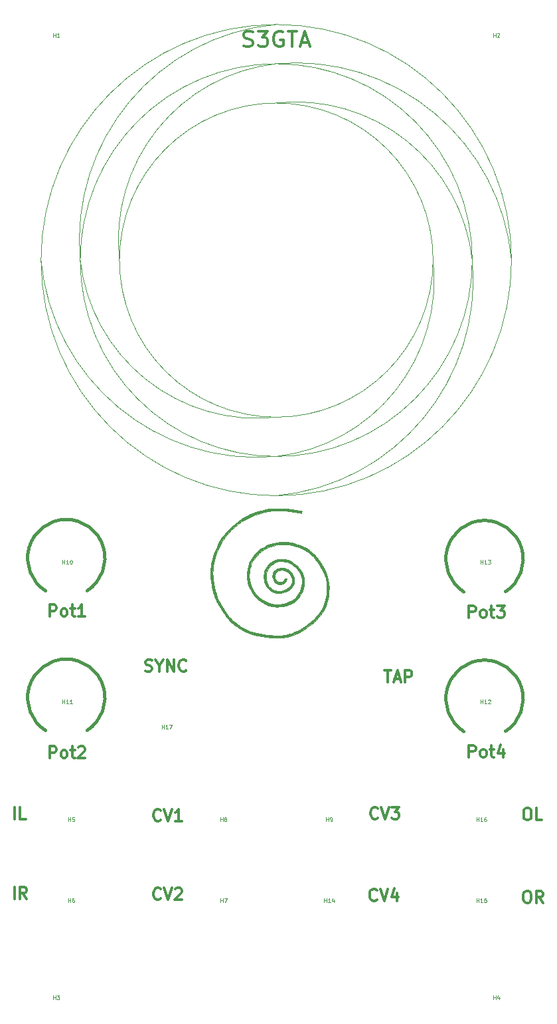
<source format=gbr>
%TF.GenerationSoftware,KiCad,Pcbnew,7.0.6-1.fc38*%
%TF.CreationDate,2023-08-24T18:59:34-07:00*%
%TF.ProjectId,s3gta_panel,73336774-615f-4706-916e-656c2e6b6963,rev?*%
%TF.SameCoordinates,Original*%
%TF.FileFunction,Legend,Top*%
%TF.FilePolarity,Positive*%
%FSLAX46Y46*%
G04 Gerber Fmt 4.6, Leading zero omitted, Abs format (unit mm)*
G04 Created by KiCad (PCBNEW 7.0.6-1.fc38) date 2023-08-24 18:59:34*
%MOMM*%
%LPD*%
G01*
G04 APERTURE LIST*
%ADD10C,0.381000*%
%ADD11C,0.300000*%
%ADD12C,0.080000*%
%ADD13C,0.100000*%
%ADD14C,0.010000*%
G04 APERTURE END LIST*
D10*
X111782313Y-108266001D02*
G75*
G03*
X106469169Y-108285141I-2671543J4146461D01*
G01*
X165122313Y-126173001D02*
G75*
G03*
X159809169Y-126192141I-2671543J4146461D01*
G01*
X111782313Y-126046001D02*
G75*
G03*
X106469169Y-126065141I-2671543J4146461D01*
G01*
X165122313Y-108393001D02*
G75*
G03*
X159809169Y-108412141I-2671543J4146461D01*
G01*
X111782313Y-126046001D02*
G75*
G03*
X106469169Y-126065141I-2671543J4146461D01*
G01*
D11*
X121154143Y-147474471D02*
X121082715Y-147545900D01*
X121082715Y-147545900D02*
X120868429Y-147617328D01*
X120868429Y-147617328D02*
X120725572Y-147617328D01*
X120725572Y-147617328D02*
X120511286Y-147545900D01*
X120511286Y-147545900D02*
X120368429Y-147403042D01*
X120368429Y-147403042D02*
X120297000Y-147260185D01*
X120297000Y-147260185D02*
X120225572Y-146974471D01*
X120225572Y-146974471D02*
X120225572Y-146760185D01*
X120225572Y-146760185D02*
X120297000Y-146474471D01*
X120297000Y-146474471D02*
X120368429Y-146331614D01*
X120368429Y-146331614D02*
X120511286Y-146188757D01*
X120511286Y-146188757D02*
X120725572Y-146117328D01*
X120725572Y-146117328D02*
X120868429Y-146117328D01*
X120868429Y-146117328D02*
X121082715Y-146188757D01*
X121082715Y-146188757D02*
X121154143Y-146260185D01*
X121582715Y-146117328D02*
X122082715Y-147617328D01*
X122082715Y-147617328D02*
X122582715Y-146117328D01*
X123011286Y-146260185D02*
X123082714Y-146188757D01*
X123082714Y-146188757D02*
X123225572Y-146117328D01*
X123225572Y-146117328D02*
X123582714Y-146117328D01*
X123582714Y-146117328D02*
X123725572Y-146188757D01*
X123725572Y-146188757D02*
X123797000Y-146260185D01*
X123797000Y-146260185D02*
X123868429Y-146403042D01*
X123868429Y-146403042D02*
X123868429Y-146545900D01*
X123868429Y-146545900D02*
X123797000Y-146760185D01*
X123797000Y-146760185D02*
X122939857Y-147617328D01*
X122939857Y-147617328D02*
X123868429Y-147617328D01*
X131747142Y-38914400D02*
X132032856Y-39009638D01*
X132032856Y-39009638D02*
X132509047Y-39009638D01*
X132509047Y-39009638D02*
X132699523Y-38914400D01*
X132699523Y-38914400D02*
X132794761Y-38819161D01*
X132794761Y-38819161D02*
X132889999Y-38628685D01*
X132889999Y-38628685D02*
X132889999Y-38438209D01*
X132889999Y-38438209D02*
X132794761Y-38247733D01*
X132794761Y-38247733D02*
X132699523Y-38152495D01*
X132699523Y-38152495D02*
X132509047Y-38057257D01*
X132509047Y-38057257D02*
X132128094Y-37962019D01*
X132128094Y-37962019D02*
X131937618Y-37866780D01*
X131937618Y-37866780D02*
X131842380Y-37771542D01*
X131842380Y-37771542D02*
X131747142Y-37581066D01*
X131747142Y-37581066D02*
X131747142Y-37390590D01*
X131747142Y-37390590D02*
X131842380Y-37200114D01*
X131842380Y-37200114D02*
X131937618Y-37104876D01*
X131937618Y-37104876D02*
X132128094Y-37009638D01*
X132128094Y-37009638D02*
X132604285Y-37009638D01*
X132604285Y-37009638D02*
X132889999Y-37104876D01*
X133556666Y-37009638D02*
X134794761Y-37009638D01*
X134794761Y-37009638D02*
X134128094Y-37771542D01*
X134128094Y-37771542D02*
X134413809Y-37771542D01*
X134413809Y-37771542D02*
X134604285Y-37866780D01*
X134604285Y-37866780D02*
X134699523Y-37962019D01*
X134699523Y-37962019D02*
X134794761Y-38152495D01*
X134794761Y-38152495D02*
X134794761Y-38628685D01*
X134794761Y-38628685D02*
X134699523Y-38819161D01*
X134699523Y-38819161D02*
X134604285Y-38914400D01*
X134604285Y-38914400D02*
X134413809Y-39009638D01*
X134413809Y-39009638D02*
X133842380Y-39009638D01*
X133842380Y-39009638D02*
X133651904Y-38914400D01*
X133651904Y-38914400D02*
X133556666Y-38819161D01*
X136699523Y-37104876D02*
X136509047Y-37009638D01*
X136509047Y-37009638D02*
X136223333Y-37009638D01*
X136223333Y-37009638D02*
X135937618Y-37104876D01*
X135937618Y-37104876D02*
X135747142Y-37295352D01*
X135747142Y-37295352D02*
X135651904Y-37485828D01*
X135651904Y-37485828D02*
X135556666Y-37866780D01*
X135556666Y-37866780D02*
X135556666Y-38152495D01*
X135556666Y-38152495D02*
X135651904Y-38533447D01*
X135651904Y-38533447D02*
X135747142Y-38723923D01*
X135747142Y-38723923D02*
X135937618Y-38914400D01*
X135937618Y-38914400D02*
X136223333Y-39009638D01*
X136223333Y-39009638D02*
X136413809Y-39009638D01*
X136413809Y-39009638D02*
X136699523Y-38914400D01*
X136699523Y-38914400D02*
X136794761Y-38819161D01*
X136794761Y-38819161D02*
X136794761Y-38152495D01*
X136794761Y-38152495D02*
X136413809Y-38152495D01*
X137366190Y-37009638D02*
X138509047Y-37009638D01*
X137937618Y-39009638D02*
X137937618Y-37009638D01*
X139080476Y-38438209D02*
X140032857Y-38438209D01*
X138890000Y-39009638D02*
X139556666Y-37009638D01*
X139556666Y-37009638D02*
X140223333Y-39009638D01*
X119185857Y-118462900D02*
X119400143Y-118534328D01*
X119400143Y-118534328D02*
X119757285Y-118534328D01*
X119757285Y-118534328D02*
X119900143Y-118462900D01*
X119900143Y-118462900D02*
X119971571Y-118391471D01*
X119971571Y-118391471D02*
X120043000Y-118248614D01*
X120043000Y-118248614D02*
X120043000Y-118105757D01*
X120043000Y-118105757D02*
X119971571Y-117962900D01*
X119971571Y-117962900D02*
X119900143Y-117891471D01*
X119900143Y-117891471D02*
X119757285Y-117820042D01*
X119757285Y-117820042D02*
X119471571Y-117748614D01*
X119471571Y-117748614D02*
X119328714Y-117677185D01*
X119328714Y-117677185D02*
X119257285Y-117605757D01*
X119257285Y-117605757D02*
X119185857Y-117462900D01*
X119185857Y-117462900D02*
X119185857Y-117320042D01*
X119185857Y-117320042D02*
X119257285Y-117177185D01*
X119257285Y-117177185D02*
X119328714Y-117105757D01*
X119328714Y-117105757D02*
X119471571Y-117034328D01*
X119471571Y-117034328D02*
X119828714Y-117034328D01*
X119828714Y-117034328D02*
X120043000Y-117105757D01*
X120971571Y-117820042D02*
X120971571Y-118534328D01*
X120471571Y-117034328D02*
X120971571Y-117820042D01*
X120971571Y-117820042D02*
X121471571Y-117034328D01*
X121971570Y-118534328D02*
X121971570Y-117034328D01*
X121971570Y-117034328D02*
X122828713Y-118534328D01*
X122828713Y-118534328D02*
X122828713Y-117034328D01*
X124400142Y-118391471D02*
X124328714Y-118462900D01*
X124328714Y-118462900D02*
X124114428Y-118534328D01*
X124114428Y-118534328D02*
X123971571Y-118534328D01*
X123971571Y-118534328D02*
X123757285Y-118462900D01*
X123757285Y-118462900D02*
X123614428Y-118320042D01*
X123614428Y-118320042D02*
X123542999Y-118177185D01*
X123542999Y-118177185D02*
X123471571Y-117891471D01*
X123471571Y-117891471D02*
X123471571Y-117677185D01*
X123471571Y-117677185D02*
X123542999Y-117391471D01*
X123542999Y-117391471D02*
X123614428Y-117248614D01*
X123614428Y-117248614D02*
X123757285Y-117105757D01*
X123757285Y-117105757D02*
X123971571Y-117034328D01*
X123971571Y-117034328D02*
X124114428Y-117034328D01*
X124114428Y-117034328D02*
X124328714Y-117105757D01*
X124328714Y-117105757D02*
X124400142Y-117177185D01*
X121154143Y-137441471D02*
X121082715Y-137512900D01*
X121082715Y-137512900D02*
X120868429Y-137584328D01*
X120868429Y-137584328D02*
X120725572Y-137584328D01*
X120725572Y-137584328D02*
X120511286Y-137512900D01*
X120511286Y-137512900D02*
X120368429Y-137370042D01*
X120368429Y-137370042D02*
X120297000Y-137227185D01*
X120297000Y-137227185D02*
X120225572Y-136941471D01*
X120225572Y-136941471D02*
X120225572Y-136727185D01*
X120225572Y-136727185D02*
X120297000Y-136441471D01*
X120297000Y-136441471D02*
X120368429Y-136298614D01*
X120368429Y-136298614D02*
X120511286Y-136155757D01*
X120511286Y-136155757D02*
X120725572Y-136084328D01*
X120725572Y-136084328D02*
X120868429Y-136084328D01*
X120868429Y-136084328D02*
X121082715Y-136155757D01*
X121082715Y-136155757D02*
X121154143Y-136227185D01*
X121582715Y-136084328D02*
X122082715Y-137584328D01*
X122082715Y-137584328D02*
X122582715Y-136084328D01*
X123868429Y-137584328D02*
X123011286Y-137584328D01*
X123439857Y-137584328D02*
X123439857Y-136084328D01*
X123439857Y-136084328D02*
X123297000Y-136298614D01*
X123297000Y-136298614D02*
X123154143Y-136441471D01*
X123154143Y-136441471D02*
X123011286Y-136512900D01*
X149689572Y-118431328D02*
X150546715Y-118431328D01*
X150118143Y-119931328D02*
X150118143Y-118431328D01*
X150975286Y-119502757D02*
X151689572Y-119502757D01*
X150832429Y-119931328D02*
X151332429Y-118431328D01*
X151332429Y-118431328D02*
X151832429Y-119931328D01*
X152332428Y-119931328D02*
X152332428Y-118431328D01*
X152332428Y-118431328D02*
X152903857Y-118431328D01*
X152903857Y-118431328D02*
X153046714Y-118502757D01*
X153046714Y-118502757D02*
X153118143Y-118574185D01*
X153118143Y-118574185D02*
X153189571Y-118717042D01*
X153189571Y-118717042D02*
X153189571Y-118931328D01*
X153189571Y-118931328D02*
X153118143Y-119074185D01*
X153118143Y-119074185D02*
X153046714Y-119145614D01*
X153046714Y-119145614D02*
X152903857Y-119217042D01*
X152903857Y-119217042D02*
X152332428Y-119217042D01*
X148713143Y-147601471D02*
X148641715Y-147672900D01*
X148641715Y-147672900D02*
X148427429Y-147744328D01*
X148427429Y-147744328D02*
X148284572Y-147744328D01*
X148284572Y-147744328D02*
X148070286Y-147672900D01*
X148070286Y-147672900D02*
X147927429Y-147530042D01*
X147927429Y-147530042D02*
X147856000Y-147387185D01*
X147856000Y-147387185D02*
X147784572Y-147101471D01*
X147784572Y-147101471D02*
X147784572Y-146887185D01*
X147784572Y-146887185D02*
X147856000Y-146601471D01*
X147856000Y-146601471D02*
X147927429Y-146458614D01*
X147927429Y-146458614D02*
X148070286Y-146315757D01*
X148070286Y-146315757D02*
X148284572Y-146244328D01*
X148284572Y-146244328D02*
X148427429Y-146244328D01*
X148427429Y-146244328D02*
X148641715Y-146315757D01*
X148641715Y-146315757D02*
X148713143Y-146387185D01*
X149141715Y-146244328D02*
X149641715Y-147744328D01*
X149641715Y-147744328D02*
X150141715Y-146244328D01*
X151284572Y-146744328D02*
X151284572Y-147744328D01*
X150927429Y-146172900D02*
X150570286Y-147244328D01*
X150570286Y-147244328D02*
X151498857Y-147244328D01*
X107005714Y-111549328D02*
X107005714Y-110049328D01*
X107005714Y-110049328D02*
X107577143Y-110049328D01*
X107577143Y-110049328D02*
X107720000Y-110120757D01*
X107720000Y-110120757D02*
X107791429Y-110192185D01*
X107791429Y-110192185D02*
X107862857Y-110335042D01*
X107862857Y-110335042D02*
X107862857Y-110549328D01*
X107862857Y-110549328D02*
X107791429Y-110692185D01*
X107791429Y-110692185D02*
X107720000Y-110763614D01*
X107720000Y-110763614D02*
X107577143Y-110835042D01*
X107577143Y-110835042D02*
X107005714Y-110835042D01*
X108720000Y-111549328D02*
X108577143Y-111477900D01*
X108577143Y-111477900D02*
X108505714Y-111406471D01*
X108505714Y-111406471D02*
X108434286Y-111263614D01*
X108434286Y-111263614D02*
X108434286Y-110835042D01*
X108434286Y-110835042D02*
X108505714Y-110692185D01*
X108505714Y-110692185D02*
X108577143Y-110620757D01*
X108577143Y-110620757D02*
X108720000Y-110549328D01*
X108720000Y-110549328D02*
X108934286Y-110549328D01*
X108934286Y-110549328D02*
X109077143Y-110620757D01*
X109077143Y-110620757D02*
X109148572Y-110692185D01*
X109148572Y-110692185D02*
X109220000Y-110835042D01*
X109220000Y-110835042D02*
X109220000Y-111263614D01*
X109220000Y-111263614D02*
X109148572Y-111406471D01*
X109148572Y-111406471D02*
X109077143Y-111477900D01*
X109077143Y-111477900D02*
X108934286Y-111549328D01*
X108934286Y-111549328D02*
X108720000Y-111549328D01*
X109648572Y-110549328D02*
X110220000Y-110549328D01*
X109862857Y-110049328D02*
X109862857Y-111335042D01*
X109862857Y-111335042D02*
X109934286Y-111477900D01*
X109934286Y-111477900D02*
X110077143Y-111549328D01*
X110077143Y-111549328D02*
X110220000Y-111549328D01*
X111505715Y-111549328D02*
X110648572Y-111549328D01*
X111077143Y-111549328D02*
X111077143Y-110049328D01*
X111077143Y-110049328D02*
X110934286Y-110263614D01*
X110934286Y-110263614D02*
X110791429Y-110406471D01*
X110791429Y-110406471D02*
X110648572Y-110477900D01*
X102516856Y-137330328D02*
X102516856Y-135830328D01*
X103945428Y-137330328D02*
X103231142Y-137330328D01*
X103231142Y-137330328D02*
X103231142Y-135830328D01*
X107005714Y-129583328D02*
X107005714Y-128083328D01*
X107005714Y-128083328D02*
X107577143Y-128083328D01*
X107577143Y-128083328D02*
X107720000Y-128154757D01*
X107720000Y-128154757D02*
X107791429Y-128226185D01*
X107791429Y-128226185D02*
X107862857Y-128369042D01*
X107862857Y-128369042D02*
X107862857Y-128583328D01*
X107862857Y-128583328D02*
X107791429Y-128726185D01*
X107791429Y-128726185D02*
X107720000Y-128797614D01*
X107720000Y-128797614D02*
X107577143Y-128869042D01*
X107577143Y-128869042D02*
X107005714Y-128869042D01*
X108720000Y-129583328D02*
X108577143Y-129511900D01*
X108577143Y-129511900D02*
X108505714Y-129440471D01*
X108505714Y-129440471D02*
X108434286Y-129297614D01*
X108434286Y-129297614D02*
X108434286Y-128869042D01*
X108434286Y-128869042D02*
X108505714Y-128726185D01*
X108505714Y-128726185D02*
X108577143Y-128654757D01*
X108577143Y-128654757D02*
X108720000Y-128583328D01*
X108720000Y-128583328D02*
X108934286Y-128583328D01*
X108934286Y-128583328D02*
X109077143Y-128654757D01*
X109077143Y-128654757D02*
X109148572Y-128726185D01*
X109148572Y-128726185D02*
X109220000Y-128869042D01*
X109220000Y-128869042D02*
X109220000Y-129297614D01*
X109220000Y-129297614D02*
X109148572Y-129440471D01*
X109148572Y-129440471D02*
X109077143Y-129511900D01*
X109077143Y-129511900D02*
X108934286Y-129583328D01*
X108934286Y-129583328D02*
X108720000Y-129583328D01*
X109648572Y-128583328D02*
X110220000Y-128583328D01*
X109862857Y-128083328D02*
X109862857Y-129369042D01*
X109862857Y-129369042D02*
X109934286Y-129511900D01*
X109934286Y-129511900D02*
X110077143Y-129583328D01*
X110077143Y-129583328D02*
X110220000Y-129583328D01*
X110648572Y-128226185D02*
X110720000Y-128154757D01*
X110720000Y-128154757D02*
X110862858Y-128083328D01*
X110862858Y-128083328D02*
X111220000Y-128083328D01*
X111220000Y-128083328D02*
X111362858Y-128154757D01*
X111362858Y-128154757D02*
X111434286Y-128226185D01*
X111434286Y-128226185D02*
X111505715Y-128369042D01*
X111505715Y-128369042D02*
X111505715Y-128511900D01*
X111505715Y-128511900D02*
X111434286Y-128726185D01*
X111434286Y-128726185D02*
X110577143Y-129583328D01*
X110577143Y-129583328D02*
X111505715Y-129583328D01*
X160472714Y-129456328D02*
X160472714Y-127956328D01*
X160472714Y-127956328D02*
X161044143Y-127956328D01*
X161044143Y-127956328D02*
X161187000Y-128027757D01*
X161187000Y-128027757D02*
X161258429Y-128099185D01*
X161258429Y-128099185D02*
X161329857Y-128242042D01*
X161329857Y-128242042D02*
X161329857Y-128456328D01*
X161329857Y-128456328D02*
X161258429Y-128599185D01*
X161258429Y-128599185D02*
X161187000Y-128670614D01*
X161187000Y-128670614D02*
X161044143Y-128742042D01*
X161044143Y-128742042D02*
X160472714Y-128742042D01*
X162187000Y-129456328D02*
X162044143Y-129384900D01*
X162044143Y-129384900D02*
X161972714Y-129313471D01*
X161972714Y-129313471D02*
X161901286Y-129170614D01*
X161901286Y-129170614D02*
X161901286Y-128742042D01*
X161901286Y-128742042D02*
X161972714Y-128599185D01*
X161972714Y-128599185D02*
X162044143Y-128527757D01*
X162044143Y-128527757D02*
X162187000Y-128456328D01*
X162187000Y-128456328D02*
X162401286Y-128456328D01*
X162401286Y-128456328D02*
X162544143Y-128527757D01*
X162544143Y-128527757D02*
X162615572Y-128599185D01*
X162615572Y-128599185D02*
X162687000Y-128742042D01*
X162687000Y-128742042D02*
X162687000Y-129170614D01*
X162687000Y-129170614D02*
X162615572Y-129313471D01*
X162615572Y-129313471D02*
X162544143Y-129384900D01*
X162544143Y-129384900D02*
X162401286Y-129456328D01*
X162401286Y-129456328D02*
X162187000Y-129456328D01*
X163115572Y-128456328D02*
X163687000Y-128456328D01*
X163329857Y-127956328D02*
X163329857Y-129242042D01*
X163329857Y-129242042D02*
X163401286Y-129384900D01*
X163401286Y-129384900D02*
X163544143Y-129456328D01*
X163544143Y-129456328D02*
X163687000Y-129456328D01*
X164829858Y-128456328D02*
X164829858Y-129456328D01*
X164472715Y-127884900D02*
X164115572Y-128956328D01*
X164115572Y-128956328D02*
X165044143Y-128956328D01*
X102500999Y-147490328D02*
X102500999Y-145990328D01*
X104072428Y-147490328D02*
X103572428Y-146776042D01*
X103215285Y-147490328D02*
X103215285Y-145990328D01*
X103215285Y-145990328D02*
X103786714Y-145990328D01*
X103786714Y-145990328D02*
X103929571Y-146061757D01*
X103929571Y-146061757D02*
X104001000Y-146133185D01*
X104001000Y-146133185D02*
X104072428Y-146276042D01*
X104072428Y-146276042D02*
X104072428Y-146490328D01*
X104072428Y-146490328D02*
X104001000Y-146633185D01*
X104001000Y-146633185D02*
X103929571Y-146704614D01*
X103929571Y-146704614D02*
X103786714Y-146776042D01*
X103786714Y-146776042D02*
X103215285Y-146776042D01*
X167779000Y-135957328D02*
X168064714Y-135957328D01*
X168064714Y-135957328D02*
X168207571Y-136028757D01*
X168207571Y-136028757D02*
X168350428Y-136171614D01*
X168350428Y-136171614D02*
X168421857Y-136457328D01*
X168421857Y-136457328D02*
X168421857Y-136957328D01*
X168421857Y-136957328D02*
X168350428Y-137243042D01*
X168350428Y-137243042D02*
X168207571Y-137385900D01*
X168207571Y-137385900D02*
X168064714Y-137457328D01*
X168064714Y-137457328D02*
X167779000Y-137457328D01*
X167779000Y-137457328D02*
X167636143Y-137385900D01*
X167636143Y-137385900D02*
X167493285Y-137243042D01*
X167493285Y-137243042D02*
X167421857Y-136957328D01*
X167421857Y-136957328D02*
X167421857Y-136457328D01*
X167421857Y-136457328D02*
X167493285Y-136171614D01*
X167493285Y-136171614D02*
X167636143Y-136028757D01*
X167636143Y-136028757D02*
X167779000Y-135957328D01*
X169779000Y-137457328D02*
X169064714Y-137457328D01*
X169064714Y-137457328D02*
X169064714Y-135957328D01*
X160472714Y-111676328D02*
X160472714Y-110176328D01*
X160472714Y-110176328D02*
X161044143Y-110176328D01*
X161044143Y-110176328D02*
X161187000Y-110247757D01*
X161187000Y-110247757D02*
X161258429Y-110319185D01*
X161258429Y-110319185D02*
X161329857Y-110462042D01*
X161329857Y-110462042D02*
X161329857Y-110676328D01*
X161329857Y-110676328D02*
X161258429Y-110819185D01*
X161258429Y-110819185D02*
X161187000Y-110890614D01*
X161187000Y-110890614D02*
X161044143Y-110962042D01*
X161044143Y-110962042D02*
X160472714Y-110962042D01*
X162187000Y-111676328D02*
X162044143Y-111604900D01*
X162044143Y-111604900D02*
X161972714Y-111533471D01*
X161972714Y-111533471D02*
X161901286Y-111390614D01*
X161901286Y-111390614D02*
X161901286Y-110962042D01*
X161901286Y-110962042D02*
X161972714Y-110819185D01*
X161972714Y-110819185D02*
X162044143Y-110747757D01*
X162044143Y-110747757D02*
X162187000Y-110676328D01*
X162187000Y-110676328D02*
X162401286Y-110676328D01*
X162401286Y-110676328D02*
X162544143Y-110747757D01*
X162544143Y-110747757D02*
X162615572Y-110819185D01*
X162615572Y-110819185D02*
X162687000Y-110962042D01*
X162687000Y-110962042D02*
X162687000Y-111390614D01*
X162687000Y-111390614D02*
X162615572Y-111533471D01*
X162615572Y-111533471D02*
X162544143Y-111604900D01*
X162544143Y-111604900D02*
X162401286Y-111676328D01*
X162401286Y-111676328D02*
X162187000Y-111676328D01*
X163115572Y-110676328D02*
X163687000Y-110676328D01*
X163329857Y-110176328D02*
X163329857Y-111462042D01*
X163329857Y-111462042D02*
X163401286Y-111604900D01*
X163401286Y-111604900D02*
X163544143Y-111676328D01*
X163544143Y-111676328D02*
X163687000Y-111676328D01*
X164044143Y-110176328D02*
X164972715Y-110176328D01*
X164972715Y-110176328D02*
X164472715Y-110747757D01*
X164472715Y-110747757D02*
X164687000Y-110747757D01*
X164687000Y-110747757D02*
X164829858Y-110819185D01*
X164829858Y-110819185D02*
X164901286Y-110890614D01*
X164901286Y-110890614D02*
X164972715Y-111033471D01*
X164972715Y-111033471D02*
X164972715Y-111390614D01*
X164972715Y-111390614D02*
X164901286Y-111533471D01*
X164901286Y-111533471D02*
X164829858Y-111604900D01*
X164829858Y-111604900D02*
X164687000Y-111676328D01*
X164687000Y-111676328D02*
X164258429Y-111676328D01*
X164258429Y-111676328D02*
X164115572Y-111604900D01*
X164115572Y-111604900D02*
X164044143Y-111533471D01*
X148840143Y-137187471D02*
X148768715Y-137258900D01*
X148768715Y-137258900D02*
X148554429Y-137330328D01*
X148554429Y-137330328D02*
X148411572Y-137330328D01*
X148411572Y-137330328D02*
X148197286Y-137258900D01*
X148197286Y-137258900D02*
X148054429Y-137116042D01*
X148054429Y-137116042D02*
X147983000Y-136973185D01*
X147983000Y-136973185D02*
X147911572Y-136687471D01*
X147911572Y-136687471D02*
X147911572Y-136473185D01*
X147911572Y-136473185D02*
X147983000Y-136187471D01*
X147983000Y-136187471D02*
X148054429Y-136044614D01*
X148054429Y-136044614D02*
X148197286Y-135901757D01*
X148197286Y-135901757D02*
X148411572Y-135830328D01*
X148411572Y-135830328D02*
X148554429Y-135830328D01*
X148554429Y-135830328D02*
X148768715Y-135901757D01*
X148768715Y-135901757D02*
X148840143Y-135973185D01*
X149268715Y-135830328D02*
X149768715Y-137330328D01*
X149768715Y-137330328D02*
X150268715Y-135830328D01*
X150625857Y-135830328D02*
X151554429Y-135830328D01*
X151554429Y-135830328D02*
X151054429Y-136401757D01*
X151054429Y-136401757D02*
X151268714Y-136401757D01*
X151268714Y-136401757D02*
X151411572Y-136473185D01*
X151411572Y-136473185D02*
X151483000Y-136544614D01*
X151483000Y-136544614D02*
X151554429Y-136687471D01*
X151554429Y-136687471D02*
X151554429Y-137044614D01*
X151554429Y-137044614D02*
X151483000Y-137187471D01*
X151483000Y-137187471D02*
X151411572Y-137258900D01*
X151411572Y-137258900D02*
X151268714Y-137330328D01*
X151268714Y-137330328D02*
X150840143Y-137330328D01*
X150840143Y-137330328D02*
X150697286Y-137258900D01*
X150697286Y-137258900D02*
X150625857Y-137187471D01*
X167763143Y-146498328D02*
X168048857Y-146498328D01*
X168048857Y-146498328D02*
X168191714Y-146569757D01*
X168191714Y-146569757D02*
X168334571Y-146712614D01*
X168334571Y-146712614D02*
X168406000Y-146998328D01*
X168406000Y-146998328D02*
X168406000Y-147498328D01*
X168406000Y-147498328D02*
X168334571Y-147784042D01*
X168334571Y-147784042D02*
X168191714Y-147926900D01*
X168191714Y-147926900D02*
X168048857Y-147998328D01*
X168048857Y-147998328D02*
X167763143Y-147998328D01*
X167763143Y-147998328D02*
X167620286Y-147926900D01*
X167620286Y-147926900D02*
X167477428Y-147784042D01*
X167477428Y-147784042D02*
X167406000Y-147498328D01*
X167406000Y-147498328D02*
X167406000Y-146998328D01*
X167406000Y-146998328D02*
X167477428Y-146712614D01*
X167477428Y-146712614D02*
X167620286Y-146569757D01*
X167620286Y-146569757D02*
X167763143Y-146498328D01*
X169906000Y-147998328D02*
X169406000Y-147284042D01*
X169048857Y-147998328D02*
X169048857Y-146498328D01*
X169048857Y-146498328D02*
X169620286Y-146498328D01*
X169620286Y-146498328D02*
X169763143Y-146569757D01*
X169763143Y-146569757D02*
X169834572Y-146641185D01*
X169834572Y-146641185D02*
X169906000Y-146784042D01*
X169906000Y-146784042D02*
X169906000Y-146998328D01*
X169906000Y-146998328D02*
X169834572Y-147141185D01*
X169834572Y-147141185D02*
X169763143Y-147212614D01*
X169763143Y-147212614D02*
X169620286Y-147284042D01*
X169620286Y-147284042D02*
X169048857Y-147284042D01*
D12*
X163576047Y-37760349D02*
X163576047Y-37260349D01*
X163576047Y-37498444D02*
X163861761Y-37498444D01*
X163861761Y-37760349D02*
X163861761Y-37260349D01*
X164076048Y-37307968D02*
X164099857Y-37284159D01*
X164099857Y-37284159D02*
X164147476Y-37260349D01*
X164147476Y-37260349D02*
X164266524Y-37260349D01*
X164266524Y-37260349D02*
X164314143Y-37284159D01*
X164314143Y-37284159D02*
X164337952Y-37307968D01*
X164337952Y-37307968D02*
X164361762Y-37355587D01*
X164361762Y-37355587D02*
X164361762Y-37403206D01*
X164361762Y-37403206D02*
X164337952Y-37474635D01*
X164337952Y-37474635D02*
X164052238Y-37760349D01*
X164052238Y-37760349D02*
X164361762Y-37760349D01*
X128778047Y-147920149D02*
X128778047Y-147420149D01*
X128778047Y-147658244D02*
X129063761Y-147658244D01*
X129063761Y-147920149D02*
X129063761Y-147420149D01*
X129254238Y-147420149D02*
X129587571Y-147420149D01*
X129587571Y-147420149D02*
X129373286Y-147920149D01*
X128778047Y-137633149D02*
X128778047Y-137133149D01*
X128778047Y-137371244D02*
X129063761Y-137371244D01*
X129063761Y-137633149D02*
X129063761Y-137133149D01*
X129373286Y-137347435D02*
X129325667Y-137323625D01*
X129325667Y-137323625D02*
X129301857Y-137299816D01*
X129301857Y-137299816D02*
X129278048Y-137252197D01*
X129278048Y-137252197D02*
X129278048Y-137228387D01*
X129278048Y-137228387D02*
X129301857Y-137180768D01*
X129301857Y-137180768D02*
X129325667Y-137156959D01*
X129325667Y-137156959D02*
X129373286Y-137133149D01*
X129373286Y-137133149D02*
X129468524Y-137133149D01*
X129468524Y-137133149D02*
X129516143Y-137156959D01*
X129516143Y-137156959D02*
X129539952Y-137180768D01*
X129539952Y-137180768D02*
X129563762Y-137228387D01*
X129563762Y-137228387D02*
X129563762Y-137252197D01*
X129563762Y-137252197D02*
X129539952Y-137299816D01*
X129539952Y-137299816D02*
X129516143Y-137323625D01*
X129516143Y-137323625D02*
X129468524Y-137347435D01*
X129468524Y-137347435D02*
X129373286Y-137347435D01*
X129373286Y-137347435D02*
X129325667Y-137371244D01*
X129325667Y-137371244D02*
X129301857Y-137395054D01*
X129301857Y-137395054D02*
X129278048Y-137442673D01*
X129278048Y-137442673D02*
X129278048Y-137537911D01*
X129278048Y-137537911D02*
X129301857Y-137585530D01*
X129301857Y-137585530D02*
X129325667Y-137609340D01*
X129325667Y-137609340D02*
X129373286Y-137633149D01*
X129373286Y-137633149D02*
X129468524Y-137633149D01*
X129468524Y-137633149D02*
X129516143Y-137609340D01*
X129516143Y-137609340D02*
X129539952Y-137585530D01*
X129539952Y-137585530D02*
X129563762Y-137537911D01*
X129563762Y-137537911D02*
X129563762Y-137442673D01*
X129563762Y-137442673D02*
X129539952Y-137395054D01*
X129539952Y-137395054D02*
X129516143Y-137371244D01*
X129516143Y-137371244D02*
X129468524Y-137347435D01*
X109347047Y-137633149D02*
X109347047Y-137133149D01*
X109347047Y-137371244D02*
X109632761Y-137371244D01*
X109632761Y-137633149D02*
X109632761Y-137133149D01*
X110108952Y-137133149D02*
X109870857Y-137133149D01*
X109870857Y-137133149D02*
X109847048Y-137371244D01*
X109847048Y-137371244D02*
X109870857Y-137347435D01*
X109870857Y-137347435D02*
X109918476Y-137323625D01*
X109918476Y-137323625D02*
X110037524Y-137323625D01*
X110037524Y-137323625D02*
X110085143Y-137347435D01*
X110085143Y-137347435D02*
X110108952Y-137371244D01*
X110108952Y-137371244D02*
X110132762Y-137418863D01*
X110132762Y-137418863D02*
X110132762Y-137537911D01*
X110132762Y-137537911D02*
X110108952Y-137585530D01*
X110108952Y-137585530D02*
X110085143Y-137609340D01*
X110085143Y-137609340D02*
X110037524Y-137633149D01*
X110037524Y-137633149D02*
X109918476Y-137633149D01*
X109918476Y-137633149D02*
X109870857Y-137609340D01*
X109870857Y-137609340D02*
X109847048Y-137585530D01*
X163576047Y-160289949D02*
X163576047Y-159789949D01*
X163576047Y-160028044D02*
X163861761Y-160028044D01*
X163861761Y-160289949D02*
X163861761Y-159789949D01*
X164314143Y-159956616D02*
X164314143Y-160289949D01*
X164195095Y-159766140D02*
X164076048Y-160123282D01*
X164076048Y-160123282D02*
X164385571Y-160123282D01*
X109347047Y-147920149D02*
X109347047Y-147420149D01*
X109347047Y-147658244D02*
X109632761Y-147658244D01*
X109632761Y-147920149D02*
X109632761Y-147420149D01*
X110085143Y-147420149D02*
X109989905Y-147420149D01*
X109989905Y-147420149D02*
X109942286Y-147443959D01*
X109942286Y-147443959D02*
X109918476Y-147467768D01*
X109918476Y-147467768D02*
X109870857Y-147539197D01*
X109870857Y-147539197D02*
X109847048Y-147634435D01*
X109847048Y-147634435D02*
X109847048Y-147824911D01*
X109847048Y-147824911D02*
X109870857Y-147872530D01*
X109870857Y-147872530D02*
X109894667Y-147896340D01*
X109894667Y-147896340D02*
X109942286Y-147920149D01*
X109942286Y-147920149D02*
X110037524Y-147920149D01*
X110037524Y-147920149D02*
X110085143Y-147896340D01*
X110085143Y-147896340D02*
X110108952Y-147872530D01*
X110108952Y-147872530D02*
X110132762Y-147824911D01*
X110132762Y-147824911D02*
X110132762Y-147705863D01*
X110132762Y-147705863D02*
X110108952Y-147658244D01*
X110108952Y-147658244D02*
X110085143Y-147634435D01*
X110085143Y-147634435D02*
X110037524Y-147610625D01*
X110037524Y-147610625D02*
X109942286Y-147610625D01*
X109942286Y-147610625D02*
X109894667Y-147634435D01*
X109894667Y-147634435D02*
X109870857Y-147658244D01*
X109870857Y-147658244D02*
X109847048Y-147705863D01*
X161940952Y-104867149D02*
X161940952Y-104367149D01*
X161940952Y-104605244D02*
X162226666Y-104605244D01*
X162226666Y-104867149D02*
X162226666Y-104367149D01*
X162726667Y-104867149D02*
X162440953Y-104867149D01*
X162583810Y-104867149D02*
X162583810Y-104367149D01*
X162583810Y-104367149D02*
X162536191Y-104438578D01*
X162536191Y-104438578D02*
X162488572Y-104486197D01*
X162488572Y-104486197D02*
X162440953Y-104510006D01*
X162893333Y-104367149D02*
X163202857Y-104367149D01*
X163202857Y-104367149D02*
X163036190Y-104557625D01*
X163036190Y-104557625D02*
X163107619Y-104557625D01*
X163107619Y-104557625D02*
X163155238Y-104581435D01*
X163155238Y-104581435D02*
X163179047Y-104605244D01*
X163179047Y-104605244D02*
X163202857Y-104652863D01*
X163202857Y-104652863D02*
X163202857Y-104771911D01*
X163202857Y-104771911D02*
X163179047Y-104819530D01*
X163179047Y-104819530D02*
X163155238Y-104843340D01*
X163155238Y-104843340D02*
X163107619Y-104867149D01*
X163107619Y-104867149D02*
X162964762Y-104867149D01*
X162964762Y-104867149D02*
X162917143Y-104843340D01*
X162917143Y-104843340D02*
X162893333Y-104819530D01*
X161432952Y-147920149D02*
X161432952Y-147420149D01*
X161432952Y-147658244D02*
X161718666Y-147658244D01*
X161718666Y-147920149D02*
X161718666Y-147420149D01*
X162218667Y-147920149D02*
X161932953Y-147920149D01*
X162075810Y-147920149D02*
X162075810Y-147420149D01*
X162075810Y-147420149D02*
X162028191Y-147491578D01*
X162028191Y-147491578D02*
X161980572Y-147539197D01*
X161980572Y-147539197D02*
X161932953Y-147563006D01*
X162671047Y-147420149D02*
X162432952Y-147420149D01*
X162432952Y-147420149D02*
X162409143Y-147658244D01*
X162409143Y-147658244D02*
X162432952Y-147634435D01*
X162432952Y-147634435D02*
X162480571Y-147610625D01*
X162480571Y-147610625D02*
X162599619Y-147610625D01*
X162599619Y-147610625D02*
X162647238Y-147634435D01*
X162647238Y-147634435D02*
X162671047Y-147658244D01*
X162671047Y-147658244D02*
X162694857Y-147705863D01*
X162694857Y-147705863D02*
X162694857Y-147824911D01*
X162694857Y-147824911D02*
X162671047Y-147872530D01*
X162671047Y-147872530D02*
X162647238Y-147896340D01*
X162647238Y-147896340D02*
X162599619Y-147920149D01*
X162599619Y-147920149D02*
X162480571Y-147920149D01*
X162480571Y-147920149D02*
X162432952Y-147896340D01*
X162432952Y-147896340D02*
X162409143Y-147872530D01*
X161432952Y-137633149D02*
X161432952Y-137133149D01*
X161432952Y-137371244D02*
X161718666Y-137371244D01*
X161718666Y-137633149D02*
X161718666Y-137133149D01*
X162218667Y-137633149D02*
X161932953Y-137633149D01*
X162075810Y-137633149D02*
X162075810Y-137133149D01*
X162075810Y-137133149D02*
X162028191Y-137204578D01*
X162028191Y-137204578D02*
X161980572Y-137252197D01*
X161980572Y-137252197D02*
X161932953Y-137276006D01*
X162647238Y-137133149D02*
X162552000Y-137133149D01*
X162552000Y-137133149D02*
X162504381Y-137156959D01*
X162504381Y-137156959D02*
X162480571Y-137180768D01*
X162480571Y-137180768D02*
X162432952Y-137252197D01*
X162432952Y-137252197D02*
X162409143Y-137347435D01*
X162409143Y-137347435D02*
X162409143Y-137537911D01*
X162409143Y-137537911D02*
X162432952Y-137585530D01*
X162432952Y-137585530D02*
X162456762Y-137609340D01*
X162456762Y-137609340D02*
X162504381Y-137633149D01*
X162504381Y-137633149D02*
X162599619Y-137633149D01*
X162599619Y-137633149D02*
X162647238Y-137609340D01*
X162647238Y-137609340D02*
X162671047Y-137585530D01*
X162671047Y-137585530D02*
X162694857Y-137537911D01*
X162694857Y-137537911D02*
X162694857Y-137418863D01*
X162694857Y-137418863D02*
X162671047Y-137371244D01*
X162671047Y-137371244D02*
X162647238Y-137347435D01*
X162647238Y-137347435D02*
X162599619Y-137323625D01*
X162599619Y-137323625D02*
X162504381Y-137323625D01*
X162504381Y-137323625D02*
X162456762Y-137347435D01*
X162456762Y-137347435D02*
X162432952Y-137371244D01*
X162432952Y-137371244D02*
X162409143Y-137418863D01*
X107442047Y-160289949D02*
X107442047Y-159789949D01*
X107442047Y-160028044D02*
X107727761Y-160028044D01*
X107727761Y-160289949D02*
X107727761Y-159789949D01*
X107918238Y-159789949D02*
X108227762Y-159789949D01*
X108227762Y-159789949D02*
X108061095Y-159980425D01*
X108061095Y-159980425D02*
X108132524Y-159980425D01*
X108132524Y-159980425D02*
X108180143Y-160004235D01*
X108180143Y-160004235D02*
X108203952Y-160028044D01*
X108203952Y-160028044D02*
X108227762Y-160075663D01*
X108227762Y-160075663D02*
X108227762Y-160194711D01*
X108227762Y-160194711D02*
X108203952Y-160242330D01*
X108203952Y-160242330D02*
X108180143Y-160266140D01*
X108180143Y-160266140D02*
X108132524Y-160289949D01*
X108132524Y-160289949D02*
X107989667Y-160289949D01*
X107989667Y-160289949D02*
X107942048Y-160266140D01*
X107942048Y-160266140D02*
X107918238Y-160242330D01*
X121300952Y-125822149D02*
X121300952Y-125322149D01*
X121300952Y-125560244D02*
X121586666Y-125560244D01*
X121586666Y-125822149D02*
X121586666Y-125322149D01*
X122086667Y-125822149D02*
X121800953Y-125822149D01*
X121943810Y-125822149D02*
X121943810Y-125322149D01*
X121943810Y-125322149D02*
X121896191Y-125393578D01*
X121896191Y-125393578D02*
X121848572Y-125441197D01*
X121848572Y-125441197D02*
X121800953Y-125465006D01*
X122253333Y-125322149D02*
X122586666Y-125322149D01*
X122586666Y-125322149D02*
X122372381Y-125822149D01*
X108600952Y-104867149D02*
X108600952Y-104367149D01*
X108600952Y-104605244D02*
X108886666Y-104605244D01*
X108886666Y-104867149D02*
X108886666Y-104367149D01*
X109386667Y-104867149D02*
X109100953Y-104867149D01*
X109243810Y-104867149D02*
X109243810Y-104367149D01*
X109243810Y-104367149D02*
X109196191Y-104438578D01*
X109196191Y-104438578D02*
X109148572Y-104486197D01*
X109148572Y-104486197D02*
X109100953Y-104510006D01*
X109696190Y-104367149D02*
X109743809Y-104367149D01*
X109743809Y-104367149D02*
X109791428Y-104390959D01*
X109791428Y-104390959D02*
X109815238Y-104414768D01*
X109815238Y-104414768D02*
X109839047Y-104462387D01*
X109839047Y-104462387D02*
X109862857Y-104557625D01*
X109862857Y-104557625D02*
X109862857Y-104676673D01*
X109862857Y-104676673D02*
X109839047Y-104771911D01*
X109839047Y-104771911D02*
X109815238Y-104819530D01*
X109815238Y-104819530D02*
X109791428Y-104843340D01*
X109791428Y-104843340D02*
X109743809Y-104867149D01*
X109743809Y-104867149D02*
X109696190Y-104867149D01*
X109696190Y-104867149D02*
X109648571Y-104843340D01*
X109648571Y-104843340D02*
X109624762Y-104819530D01*
X109624762Y-104819530D02*
X109600952Y-104771911D01*
X109600952Y-104771911D02*
X109577143Y-104676673D01*
X109577143Y-104676673D02*
X109577143Y-104557625D01*
X109577143Y-104557625D02*
X109600952Y-104462387D01*
X109600952Y-104462387D02*
X109624762Y-104414768D01*
X109624762Y-104414768D02*
X109648571Y-104390959D01*
X109648571Y-104390959D02*
X109696190Y-104367149D01*
X107442047Y-37760349D02*
X107442047Y-37260349D01*
X107442047Y-37498444D02*
X107727761Y-37498444D01*
X107727761Y-37760349D02*
X107727761Y-37260349D01*
X108227762Y-37760349D02*
X107942048Y-37760349D01*
X108084905Y-37760349D02*
X108084905Y-37260349D01*
X108084905Y-37260349D02*
X108037286Y-37331778D01*
X108037286Y-37331778D02*
X107989667Y-37379397D01*
X107989667Y-37379397D02*
X107942048Y-37403206D01*
X142001952Y-147920149D02*
X142001952Y-147420149D01*
X142001952Y-147658244D02*
X142287666Y-147658244D01*
X142287666Y-147920149D02*
X142287666Y-147420149D01*
X142787667Y-147920149D02*
X142501953Y-147920149D01*
X142644810Y-147920149D02*
X142644810Y-147420149D01*
X142644810Y-147420149D02*
X142597191Y-147491578D01*
X142597191Y-147491578D02*
X142549572Y-147539197D01*
X142549572Y-147539197D02*
X142501953Y-147563006D01*
X143216238Y-147586816D02*
X143216238Y-147920149D01*
X143097190Y-147396340D02*
X142978143Y-147753482D01*
X142978143Y-147753482D02*
X143287666Y-147753482D01*
X108600952Y-122647149D02*
X108600952Y-122147149D01*
X108600952Y-122385244D02*
X108886666Y-122385244D01*
X108886666Y-122647149D02*
X108886666Y-122147149D01*
X109386667Y-122647149D02*
X109100953Y-122647149D01*
X109243810Y-122647149D02*
X109243810Y-122147149D01*
X109243810Y-122147149D02*
X109196191Y-122218578D01*
X109196191Y-122218578D02*
X109148572Y-122266197D01*
X109148572Y-122266197D02*
X109100953Y-122290006D01*
X109862857Y-122647149D02*
X109577143Y-122647149D01*
X109720000Y-122647149D02*
X109720000Y-122147149D01*
X109720000Y-122147149D02*
X109672381Y-122218578D01*
X109672381Y-122218578D02*
X109624762Y-122266197D01*
X109624762Y-122266197D02*
X109577143Y-122290006D01*
X161940952Y-122647149D02*
X161940952Y-122147149D01*
X161940952Y-122385244D02*
X162226666Y-122385244D01*
X162226666Y-122647149D02*
X162226666Y-122147149D01*
X162726667Y-122647149D02*
X162440953Y-122647149D01*
X162583810Y-122647149D02*
X162583810Y-122147149D01*
X162583810Y-122147149D02*
X162536191Y-122218578D01*
X162536191Y-122218578D02*
X162488572Y-122266197D01*
X162488572Y-122266197D02*
X162440953Y-122290006D01*
X162917143Y-122194768D02*
X162940952Y-122170959D01*
X162940952Y-122170959D02*
X162988571Y-122147149D01*
X162988571Y-122147149D02*
X163107619Y-122147149D01*
X163107619Y-122147149D02*
X163155238Y-122170959D01*
X163155238Y-122170959D02*
X163179047Y-122194768D01*
X163179047Y-122194768D02*
X163202857Y-122242387D01*
X163202857Y-122242387D02*
X163202857Y-122290006D01*
X163202857Y-122290006D02*
X163179047Y-122361435D01*
X163179047Y-122361435D02*
X162893333Y-122647149D01*
X162893333Y-122647149D02*
X163202857Y-122647149D01*
X142240047Y-137633149D02*
X142240047Y-137133149D01*
X142240047Y-137371244D02*
X142525761Y-137371244D01*
X142525761Y-137633149D02*
X142525761Y-137133149D01*
X142787667Y-137633149D02*
X142882905Y-137633149D01*
X142882905Y-137633149D02*
X142930524Y-137609340D01*
X142930524Y-137609340D02*
X142954333Y-137585530D01*
X142954333Y-137585530D02*
X143001952Y-137514101D01*
X143001952Y-137514101D02*
X143025762Y-137418863D01*
X143025762Y-137418863D02*
X143025762Y-137228387D01*
X143025762Y-137228387D02*
X143001952Y-137180768D01*
X143001952Y-137180768D02*
X142978143Y-137156959D01*
X142978143Y-137156959D02*
X142930524Y-137133149D01*
X142930524Y-137133149D02*
X142835286Y-137133149D01*
X142835286Y-137133149D02*
X142787667Y-137156959D01*
X142787667Y-137156959D02*
X142763857Y-137180768D01*
X142763857Y-137180768D02*
X142740048Y-137228387D01*
X142740048Y-137228387D02*
X142740048Y-137347435D01*
X142740048Y-137347435D02*
X142763857Y-137395054D01*
X142763857Y-137395054D02*
X142787667Y-137418863D01*
X142787667Y-137418863D02*
X142835286Y-137442673D01*
X142835286Y-137442673D02*
X142930524Y-137442673D01*
X142930524Y-137442673D02*
X142978143Y-137418863D01*
X142978143Y-137418863D02*
X143001952Y-137395054D01*
X143001952Y-137395054D02*
X143025762Y-137347435D01*
D13*
%TO.C,TP3*%
X110890000Y-66167000D02*
G75*
G03*
X135890000Y-91167000I24999998J-2D01*
G01*
X105890001Y-66167000D02*
G75*
G03*
X135890000Y-91166999I27499999J2500000D01*
G01*
X115890000Y-66167000D02*
G75*
G03*
X135890000Y-86167000I19999999J-1D01*
G01*
X110890002Y-66167000D02*
G75*
G03*
X135890000Y-86166999I22499997J2499998D01*
G01*
X135890000Y-41167002D02*
G75*
G03*
X115890001Y-66167000I2499998J-22499997D01*
G01*
X135890000Y-41167000D02*
G75*
G03*
X110890000Y-66167000I-2J-24999998D01*
G01*
X135890000Y-36167001D02*
G75*
G03*
X110890001Y-66167000I2500000J-27499999D01*
G01*
X135890000Y-36167000D02*
G75*
G03*
X105890000Y-66167000I1J-30000001D01*
G01*
%TO.C,TP1*%
X160890000Y-66167000D02*
G75*
G03*
X135890000Y-41167000I-24999998J2D01*
G01*
X165889999Y-66167000D02*
G75*
G03*
X135890000Y-41167001I-27499999J-2500000D01*
G01*
X155890000Y-66167000D02*
G75*
G03*
X135890000Y-46167000I-19999999J1D01*
G01*
X160889998Y-66167000D02*
G75*
G03*
X135890000Y-46167001I-22499997J-2499998D01*
G01*
X135890000Y-91166998D02*
G75*
G03*
X155889999Y-66167000I-2499998J22499997D01*
G01*
X135890000Y-91167000D02*
G75*
G03*
X160890000Y-66167000I2J24999998D01*
G01*
X135890000Y-96166999D02*
G75*
G03*
X160889999Y-66167000I-2500000J27499999D01*
G01*
X135890000Y-96167000D02*
G75*
G03*
X165890000Y-66167000I-1J30000001D01*
G01*
%TO.C,TP4*%
X135890000Y-91167000D02*
G75*
G03*
X160890000Y-66167000I2J24999998D01*
G01*
X135890000Y-96166999D02*
G75*
G03*
X160889999Y-66167000I-2500000J27499999D01*
G01*
X135890000Y-86167000D02*
G75*
G03*
X155890000Y-66167000I1J19999999D01*
G01*
X135890000Y-91166998D02*
G75*
G03*
X155889999Y-66167000I-2499998J22499997D01*
G01*
X110890002Y-66167000D02*
G75*
G03*
X135890000Y-86166999I22499997J2499998D01*
G01*
X110890000Y-66167000D02*
G75*
G03*
X135890000Y-91167000I24999998J-2D01*
G01*
X105890001Y-66167000D02*
G75*
G03*
X135890000Y-91166999I27499999J2500000D01*
G01*
X105890000Y-66167000D02*
G75*
G03*
X135890000Y-96167000I30000001J1D01*
G01*
%TO.C,TP2*%
X135890000Y-41167000D02*
G75*
G03*
X110890000Y-66167000I-2J-24999998D01*
G01*
X135890000Y-36167001D02*
G75*
G03*
X110890001Y-66167000I2500000J-27499999D01*
G01*
X135890000Y-46167000D02*
G75*
G03*
X115890000Y-66167000I-1J-19999999D01*
G01*
X135890000Y-41167002D02*
G75*
G03*
X115890001Y-66167000I2499998J-22499997D01*
G01*
X160889998Y-66167000D02*
G75*
G03*
X135890000Y-46167001I-22499997J-2499998D01*
G01*
X160890000Y-66167000D02*
G75*
G03*
X135890000Y-41167000I-24999998J2D01*
G01*
X165889999Y-66167000D02*
G75*
G03*
X135890000Y-41167001I-27499999J-2500000D01*
G01*
X165890000Y-66167000D02*
G75*
G03*
X135890000Y-36167000I-30000001J-1D01*
G01*
%TO.C,Ref\u002A\u002A*%
D14*
X136641381Y-97799583D02*
X137231710Y-97838794D01*
X137848709Y-97905988D01*
X138494775Y-98000835D01*
X138768667Y-98047648D01*
X138888075Y-98068963D01*
X138991940Y-98087726D01*
X139073543Y-98102705D01*
X139126166Y-98112668D01*
X139143185Y-98116319D01*
X139141397Y-98137888D01*
X139131062Y-98194117D01*
X139113454Y-98278490D01*
X139097039Y-98352770D01*
X139087086Y-98396957D01*
X138816752Y-98346880D01*
X138166862Y-98237454D01*
X137547121Y-98155750D01*
X136955695Y-98101754D01*
X136390752Y-98075452D01*
X135850458Y-98076829D01*
X135332980Y-98105872D01*
X134836486Y-98162565D01*
X134359143Y-98246896D01*
X134083554Y-98310157D01*
X133553203Y-98463942D01*
X133028124Y-98658102D01*
X132511273Y-98890741D01*
X132005606Y-99159963D01*
X131514077Y-99463873D01*
X131039640Y-99800576D01*
X130585252Y-100168175D01*
X130153867Y-100564776D01*
X129748440Y-100988482D01*
X129548768Y-101219000D01*
X129335182Y-101487665D01*
X129137893Y-101764764D01*
X128954092Y-102055485D01*
X128780971Y-102365014D01*
X128615720Y-102698537D01*
X128455532Y-103061241D01*
X128297597Y-103458312D01*
X128214399Y-103682935D01*
X128094791Y-104032382D01*
X127998353Y-104359093D01*
X127922718Y-104674100D01*
X127865522Y-104988432D01*
X127824401Y-105313119D01*
X127799511Y-105618088D01*
X127787926Y-106032508D01*
X127803348Y-106466036D01*
X127844337Y-106911833D01*
X127909454Y-107363058D01*
X127997257Y-107812872D01*
X128106306Y-108254435D01*
X128235162Y-108680908D01*
X128382382Y-109085451D01*
X128546528Y-109461224D01*
X128652978Y-109670845D01*
X128875396Y-110073865D01*
X129088853Y-110439489D01*
X129295876Y-110771068D01*
X129498991Y-111071950D01*
X129700723Y-111345486D01*
X129903600Y-111595026D01*
X130110146Y-111823918D01*
X130322887Y-112035513D01*
X130544351Y-112233160D01*
X130652801Y-112322697D01*
X130765667Y-112408945D01*
X130907390Y-112509959D01*
X131069600Y-112620357D01*
X131243924Y-112734755D01*
X131421989Y-112847768D01*
X131595426Y-112954013D01*
X131755861Y-113048105D01*
X131894922Y-113124662D01*
X131920516Y-113137951D01*
X132269703Y-113304489D01*
X132628699Y-113450444D01*
X133001461Y-113576712D01*
X133391945Y-113684195D01*
X133804106Y-113773789D01*
X134241900Y-113846395D01*
X134709285Y-113902911D01*
X135210214Y-113944235D01*
X135552678Y-113963238D01*
X135903963Y-113974587D01*
X136222175Y-113973962D01*
X136515109Y-113960435D01*
X136790558Y-113933073D01*
X137056319Y-113890947D01*
X137320185Y-113833127D01*
X137589950Y-113758681D01*
X137784417Y-113696864D01*
X138267260Y-113514791D01*
X138739241Y-113293587D01*
X139201063Y-113032791D01*
X139653428Y-112731947D01*
X140097037Y-112390593D01*
X140532593Y-112008272D01*
X140865660Y-111682887D01*
X141129221Y-111400098D01*
X141356781Y-111125178D01*
X141552228Y-110851818D01*
X141719448Y-110573708D01*
X141862330Y-110284540D01*
X141984761Y-109978005D01*
X142063779Y-109738584D01*
X142150380Y-109415841D01*
X142220834Y-109073661D01*
X142274406Y-108720566D01*
X142310361Y-108365078D01*
X142327965Y-108015717D01*
X142326482Y-107681004D01*
X142305179Y-107369461D01*
X142282796Y-107198584D01*
X142188675Y-106736466D01*
X142053964Y-106283205D01*
X141878472Y-105838431D01*
X141662005Y-105401775D01*
X141404372Y-104972867D01*
X141105380Y-104551338D01*
X140764836Y-104136819D01*
X140584113Y-103937614D01*
X140405325Y-103751687D01*
X140242030Y-103593920D01*
X140085967Y-103457432D01*
X139928874Y-103335343D01*
X139762490Y-103220772D01*
X139607013Y-103123812D01*
X139372595Y-102995967D01*
X139104789Y-102872130D01*
X138812527Y-102755277D01*
X138504742Y-102648380D01*
X138190367Y-102554416D01*
X137878335Y-102476357D01*
X137577577Y-102417178D01*
X137410868Y-102392556D01*
X137232113Y-102375779D01*
X137025887Y-102366327D01*
X136803643Y-102363962D01*
X136576836Y-102368449D01*
X136356918Y-102379551D01*
X136155343Y-102397030D01*
X135983565Y-102420651D01*
X135974667Y-102422221D01*
X135531481Y-102519693D01*
X135116029Y-102648794D01*
X134727208Y-102810159D01*
X134363918Y-103004422D01*
X134025058Y-103232218D01*
X133709525Y-103494182D01*
X133416219Y-103790947D01*
X133241807Y-103996747D01*
X133061031Y-104235517D01*
X132911611Y-104462345D01*
X132788290Y-104686540D01*
X132685810Y-104917412D01*
X132620892Y-105096260D01*
X132565062Y-105273543D01*
X132522467Y-105434423D01*
X132491210Y-105590452D01*
X132469395Y-105753182D01*
X132455126Y-105934164D01*
X132446507Y-106144949D01*
X132446059Y-106161417D01*
X132443339Y-106400580D01*
X132449708Y-106610262D01*
X132466444Y-106802588D01*
X132494826Y-106989685D01*
X132536132Y-107183677D01*
X132566595Y-107304433D01*
X132596803Y-107416159D01*
X132623826Y-107507076D01*
X132651860Y-107587927D01*
X132685098Y-107669452D01*
X132727735Y-107762393D01*
X132783965Y-107877493D01*
X132813418Y-107936576D01*
X133013583Y-108291785D01*
X133244648Y-108619827D01*
X133504893Y-108918992D01*
X133792594Y-109187571D01*
X134106029Y-109423854D01*
X134443475Y-109626130D01*
X134589098Y-109699183D01*
X134947916Y-109847934D01*
X135308387Y-109954413D01*
X135670569Y-110018618D01*
X136034519Y-110040549D01*
X136400294Y-110020203D01*
X136767953Y-109957579D01*
X137137552Y-109852677D01*
X137509148Y-109705494D01*
X137672189Y-109627894D01*
X137923232Y-109492544D01*
X138135178Y-109356744D01*
X138311227Y-109218288D01*
X138420877Y-109112184D01*
X138621243Y-108868097D01*
X138792455Y-108595953D01*
X138933213Y-108299576D01*
X139042215Y-107982787D01*
X139118161Y-107649412D01*
X139159749Y-107303273D01*
X139165679Y-106948193D01*
X139164844Y-106925999D01*
X139153252Y-106750525D01*
X139131760Y-106598542D01*
X139096843Y-106456592D01*
X139044975Y-106311220D01*
X138972628Y-106148969D01*
X138947845Y-106097917D01*
X138823175Y-105872581D01*
X138676049Y-105660705D01*
X138499797Y-105453431D01*
X138341780Y-105293065D01*
X138073731Y-105059434D01*
X137794400Y-104864121D01*
X137510480Y-104709155D01*
X137414186Y-104664626D01*
X137333558Y-104632156D01*
X137255534Y-104607956D01*
X137167048Y-104588239D01*
X137055039Y-104569219D01*
X136997849Y-104560528D01*
X136709467Y-104528690D01*
X136447183Y-104524726D01*
X136204021Y-104550081D01*
X135973006Y-104606202D01*
X135747165Y-104694535D01*
X135519522Y-104816525D01*
X135401457Y-104891518D01*
X135189802Y-105055075D01*
X135009365Y-105243930D01*
X134858660Y-105460235D01*
X134736200Y-105706141D01*
X134640498Y-105983801D01*
X134636111Y-105999568D01*
X134618353Y-106071441D01*
X134605879Y-106143229D01*
X134597842Y-106224660D01*
X134593392Y-106325462D01*
X134591682Y-106455364D01*
X134591574Y-106510667D01*
X134594600Y-106694719D01*
X134605373Y-106848299D01*
X134626435Y-106982948D01*
X134660331Y-107110204D01*
X134709604Y-107241609D01*
X134776795Y-107388703D01*
X134791855Y-107419494D01*
X134847387Y-107527023D01*
X134898927Y-107611903D01*
X134956623Y-107688221D01*
X135030629Y-107770061D01*
X135083176Y-107823753D01*
X135260600Y-107984358D01*
X135439020Y-108107669D01*
X135626990Y-108198046D01*
X135833063Y-108259849D01*
X135995834Y-108288880D01*
X136229892Y-108302008D01*
X136471294Y-108280650D01*
X136713429Y-108227591D01*
X136949687Y-108145614D01*
X137173457Y-108037506D01*
X137378127Y-107906051D01*
X137557087Y-107754034D01*
X137703726Y-107584240D01*
X137718604Y-107563140D01*
X137819888Y-107379248D01*
X137883378Y-107178101D01*
X137907801Y-106963854D01*
X137908038Y-106944584D01*
X137891941Y-106730519D01*
X137840534Y-106531281D01*
X137751954Y-106342670D01*
X137624340Y-106160485D01*
X137499268Y-106022904D01*
X137313873Y-105861745D01*
X137120615Y-105742107D01*
X136918947Y-105663813D01*
X136708324Y-105626687D01*
X136488196Y-105630553D01*
X136349956Y-105652767D01*
X136161968Y-105710824D01*
X136003517Y-105796803D01*
X135875980Y-105907015D01*
X135780734Y-106037774D01*
X135719155Y-106185391D01*
X135692621Y-106346178D01*
X135702508Y-106516448D01*
X135750194Y-106692514D01*
X135837055Y-106870687D01*
X135873752Y-106928140D01*
X135947676Y-107022313D01*
X136026712Y-107087937D01*
X136119988Y-107129232D01*
X136236630Y-107150415D01*
X136366250Y-107155770D01*
X136468095Y-107153807D01*
X136540818Y-107146236D01*
X136597490Y-107130875D01*
X136644131Y-107109358D01*
X136735566Y-107045070D01*
X136822398Y-106957105D01*
X136893096Y-106859027D01*
X136935492Y-106766590D01*
X136955299Y-106707891D01*
X136975949Y-106679916D01*
X137008247Y-106672243D01*
X137032747Y-106672793D01*
X137104712Y-106679468D01*
X137174343Y-106689892D01*
X137222669Y-106702182D01*
X137239330Y-106723097D01*
X137234639Y-106766750D01*
X137233745Y-106771183D01*
X137217609Y-106826042D01*
X137189348Y-106901309D01*
X137159849Y-106969999D01*
X137068213Y-107121058D01*
X136946011Y-107247208D01*
X136798792Y-107345627D01*
X136632105Y-107413492D01*
X136451498Y-107447983D01*
X136262521Y-107446276D01*
X136231086Y-107442343D01*
X136047571Y-107403097D01*
X135892663Y-107342299D01*
X135770390Y-107261769D01*
X135720478Y-107212039D01*
X135599610Y-107043492D01*
X135505853Y-106855639D01*
X135441707Y-106657078D01*
X135409667Y-106456403D01*
X135412231Y-106262211D01*
X135423337Y-106189127D01*
X135471275Y-106018146D01*
X135546645Y-105868073D01*
X135655714Y-105727361D01*
X135697893Y-105683290D01*
X135843763Y-105558058D01*
X136002836Y-105463802D01*
X136180645Y-105398519D01*
X136382725Y-105360207D01*
X136614611Y-105346862D01*
X136627711Y-105346813D01*
X136742951Y-105348103D01*
X136831070Y-105353782D01*
X136907224Y-105366041D01*
X136986568Y-105387071D01*
X137052082Y-105408171D01*
X137289714Y-105508452D01*
X137506379Y-105641128D01*
X137698997Y-105802302D01*
X137864488Y-105988075D01*
X137999775Y-106194548D01*
X138101777Y-106417822D01*
X138167415Y-106653999D01*
X138191759Y-106851154D01*
X138188758Y-107069272D01*
X138153064Y-107276602D01*
X138082243Y-107485021D01*
X138044653Y-107569000D01*
X137946914Y-107733394D01*
X137813350Y-107895958D01*
X137650324Y-108051354D01*
X137464198Y-108194243D01*
X137261335Y-108319287D01*
X137048098Y-108421148D01*
X137011838Y-108435557D01*
X136741508Y-108519972D01*
X136462744Y-108569657D01*
X136182940Y-108584290D01*
X135909486Y-108563549D01*
X135649776Y-108507113D01*
X135614834Y-108496313D01*
X135366777Y-108395246D01*
X135140481Y-108260238D01*
X134937480Y-108094538D01*
X134759312Y-107901395D01*
X134607512Y-107684059D01*
X134483616Y-107445779D01*
X134389160Y-107189803D01*
X134325680Y-106919381D01*
X134294713Y-106637762D01*
X134297794Y-106348196D01*
X134336459Y-106053931D01*
X134376986Y-105877927D01*
X134475007Y-105586724D01*
X134606063Y-105321599D01*
X134770532Y-105082110D01*
X134968794Y-104867815D01*
X135201226Y-104678271D01*
X135468206Y-104513038D01*
X135603781Y-104444571D01*
X135826813Y-104353265D01*
X136055758Y-104288994D01*
X136296258Y-104251226D01*
X136553953Y-104239429D01*
X136834484Y-104253072D01*
X137143492Y-104291621D01*
X137174087Y-104296487D01*
X137401092Y-104351837D01*
X137636113Y-104443698D01*
X137874387Y-104568224D01*
X138111155Y-104721568D01*
X138341656Y-104899881D01*
X138561130Y-105099316D01*
X138764817Y-105316026D01*
X138947955Y-105546163D01*
X139105784Y-105785880D01*
X139177763Y-105915920D01*
X139284829Y-106143756D01*
X139365327Y-106364923D01*
X139420409Y-106587129D01*
X139451230Y-106818081D01*
X139458942Y-107065488D01*
X139444700Y-107337056D01*
X139422011Y-107547834D01*
X139358093Y-107908069D01*
X139260438Y-108249338D01*
X139130372Y-108569201D01*
X138969217Y-108865218D01*
X138778296Y-109134950D01*
X138558932Y-109375957D01*
X138319344Y-109580644D01*
X138220036Y-109648356D01*
X138090812Y-109726304D01*
X137941243Y-109809462D01*
X137780899Y-109892802D01*
X137619350Y-109971297D01*
X137466165Y-110039921D01*
X137372095Y-110078213D01*
X137040175Y-110188501D01*
X136702695Y-110264039D01*
X136352343Y-110306008D01*
X135981806Y-110315587D01*
X135911167Y-110313924D01*
X135690138Y-110303211D01*
X135497591Y-110284226D01*
X135320090Y-110254621D01*
X135144199Y-110212045D01*
X134956483Y-110154149D01*
X134912977Y-110139369D01*
X134521581Y-109982908D01*
X134154022Y-109791701D01*
X133811339Y-109566672D01*
X133494569Y-109308743D01*
X133204750Y-109018839D01*
X132942922Y-108697884D01*
X132710120Y-108346799D01*
X132535201Y-108024084D01*
X132421722Y-107773251D01*
X132331444Y-107526366D01*
X132260943Y-107271483D01*
X132206793Y-106996656D01*
X132174174Y-106764667D01*
X132146678Y-106374567D01*
X132156822Y-105981795D01*
X132203652Y-105592475D01*
X132286215Y-105212730D01*
X132403555Y-104848683D01*
X132512710Y-104591954D01*
X132640736Y-104352210D01*
X132800296Y-104103113D01*
X132984590Y-103853273D01*
X133186818Y-103611302D01*
X133400182Y-103385810D01*
X133617881Y-103185408D01*
X133634407Y-103171450D01*
X133971546Y-102915859D01*
X134333862Y-102692389D01*
X134718079Y-102501819D01*
X135120919Y-102344925D01*
X135539106Y-102222484D01*
X135969364Y-102135274D01*
X136408416Y-102084070D01*
X136852987Y-102069651D01*
X137299798Y-102092793D01*
X137745575Y-102154273D01*
X137844025Y-102173191D01*
X138198579Y-102255823D01*
X138552974Y-102359331D01*
X138900509Y-102480912D01*
X139234485Y-102617762D01*
X139548204Y-102767079D01*
X139834964Y-102926058D01*
X140088068Y-103091898D01*
X140151114Y-103138511D01*
X140338422Y-103292130D01*
X140539838Y-103477849D01*
X140749983Y-103690183D01*
X140963481Y-103923651D01*
X141174955Y-104172767D01*
X141221100Y-104229660D01*
X141540713Y-104655594D01*
X141818412Y-105086876D01*
X142054367Y-105524250D01*
X142248746Y-105968459D01*
X142401720Y-106420247D01*
X142513456Y-106880359D01*
X142584124Y-107349537D01*
X142613893Y-107828527D01*
X142602932Y-108318071D01*
X142551409Y-108818914D01*
X142459495Y-109331799D01*
X142419865Y-109505750D01*
X142321770Y-109866712D01*
X142204811Y-110204909D01*
X142066129Y-110524974D01*
X141902869Y-110831537D01*
X141712172Y-111129228D01*
X141491182Y-111422679D01*
X141237041Y-111716521D01*
X140946892Y-112015384D01*
X140763098Y-112190878D01*
X140328951Y-112572450D01*
X139885164Y-112917512D01*
X139433356Y-113225127D01*
X138975149Y-113494359D01*
X138512165Y-113724272D01*
X138046023Y-113913928D01*
X137578347Y-114062392D01*
X137477500Y-114088904D01*
X137299022Y-114132473D01*
X137139327Y-114167234D01*
X136989586Y-114194209D01*
X136840971Y-114214416D01*
X136684651Y-114228876D01*
X136511800Y-114238606D01*
X136313588Y-114244627D01*
X136101667Y-114247762D01*
X135929179Y-114248718D01*
X135755448Y-114248319D01*
X135589378Y-114246685D01*
X135439872Y-114243936D01*
X135315835Y-114240192D01*
X135233834Y-114236102D01*
X134638494Y-114183955D01*
X134077772Y-114109015D01*
X133550398Y-114010946D01*
X133055104Y-113889411D01*
X132590620Y-113744074D01*
X132155680Y-113574600D01*
X131749012Y-113380652D01*
X131515828Y-113251087D01*
X131372549Y-113164069D01*
X131212296Y-113061930D01*
X131042952Y-112950099D01*
X130872401Y-112834002D01*
X130708526Y-112719068D01*
X130559211Y-112610723D01*
X130432338Y-112514396D01*
X130354917Y-112451841D01*
X130069918Y-112193986D01*
X129794199Y-111907108D01*
X129525468Y-111588371D01*
X129261433Y-111234939D01*
X128999802Y-110843975D01*
X128821063Y-110553500D01*
X128750267Y-110432985D01*
X128672641Y-110297849D01*
X128591368Y-110153928D01*
X128509632Y-110007053D01*
X128430615Y-109863058D01*
X128357499Y-109727776D01*
X128293467Y-109607042D01*
X128241702Y-109506687D01*
X128205386Y-109432547D01*
X128189685Y-109396271D01*
X128104311Y-109163135D01*
X128032350Y-108961736D01*
X127971390Y-108784544D01*
X127919023Y-108624030D01*
X127872837Y-108472666D01*
X127830425Y-108322923D01*
X127789375Y-108167270D01*
X127764026Y-108066417D01*
X127692805Y-107764514D01*
X127635810Y-107487973D01*
X127591751Y-107226044D01*
X127559339Y-106967982D01*
X127537283Y-106703037D01*
X127524294Y-106420463D01*
X127519080Y-106109511D01*
X127518839Y-106023834D01*
X127519883Y-105784141D01*
X127523722Y-105578370D01*
X127531104Y-105398159D01*
X127542780Y-105235146D01*
X127559499Y-105080968D01*
X127582011Y-104927263D01*
X127611065Y-104765670D01*
X127647412Y-104587826D01*
X127647718Y-104586393D01*
X127724680Y-104271062D01*
X127824994Y-103931915D01*
X127945081Y-103577799D01*
X128081364Y-103217564D01*
X128230266Y-102860058D01*
X128388208Y-102514127D01*
X128551614Y-102188622D01*
X128716906Y-101892389D01*
X128777065Y-101793198D01*
X129044930Y-101396349D01*
X129351153Y-101004212D01*
X129691770Y-100620578D01*
X130062815Y-100249240D01*
X130460323Y-99893990D01*
X130880328Y-99558621D01*
X131318867Y-99246925D01*
X131677834Y-99018695D01*
X132133244Y-98760035D01*
X132591363Y-98532638D01*
X133054587Y-98336177D01*
X133525313Y-98170323D01*
X134005936Y-98034749D01*
X134498853Y-97929126D01*
X135006460Y-97853126D01*
X135531153Y-97806421D01*
X136075328Y-97788683D01*
X136641381Y-97799583D01*
G36*
X136641381Y-97799583D02*
G01*
X137231710Y-97838794D01*
X137848709Y-97905988D01*
X138494775Y-98000835D01*
X138768667Y-98047648D01*
X138888075Y-98068963D01*
X138991940Y-98087726D01*
X139073543Y-98102705D01*
X139126166Y-98112668D01*
X139143185Y-98116319D01*
X139141397Y-98137888D01*
X139131062Y-98194117D01*
X139113454Y-98278490D01*
X139097039Y-98352770D01*
X139087086Y-98396957D01*
X138816752Y-98346880D01*
X138166862Y-98237454D01*
X137547121Y-98155750D01*
X136955695Y-98101754D01*
X136390752Y-98075452D01*
X135850458Y-98076829D01*
X135332980Y-98105872D01*
X134836486Y-98162565D01*
X134359143Y-98246896D01*
X134083554Y-98310157D01*
X133553203Y-98463942D01*
X133028124Y-98658102D01*
X132511273Y-98890741D01*
X132005606Y-99159963D01*
X131514077Y-99463873D01*
X131039640Y-99800576D01*
X130585252Y-100168175D01*
X130153867Y-100564776D01*
X129748440Y-100988482D01*
X129548768Y-101219000D01*
X129335182Y-101487665D01*
X129137893Y-101764764D01*
X128954092Y-102055485D01*
X128780971Y-102365014D01*
X128615720Y-102698537D01*
X128455532Y-103061241D01*
X128297597Y-103458312D01*
X128214399Y-103682935D01*
X128094791Y-104032382D01*
X127998353Y-104359093D01*
X127922718Y-104674100D01*
X127865522Y-104988432D01*
X127824401Y-105313119D01*
X127799511Y-105618088D01*
X127787926Y-106032508D01*
X127803348Y-106466036D01*
X127844337Y-106911833D01*
X127909454Y-107363058D01*
X127997257Y-107812872D01*
X128106306Y-108254435D01*
X128235162Y-108680908D01*
X128382382Y-109085451D01*
X128546528Y-109461224D01*
X128652978Y-109670845D01*
X128875396Y-110073865D01*
X129088853Y-110439489D01*
X129295876Y-110771068D01*
X129498991Y-111071950D01*
X129700723Y-111345486D01*
X129903600Y-111595026D01*
X130110146Y-111823918D01*
X130322887Y-112035513D01*
X130544351Y-112233160D01*
X130652801Y-112322697D01*
X130765667Y-112408945D01*
X130907390Y-112509959D01*
X131069600Y-112620357D01*
X131243924Y-112734755D01*
X131421989Y-112847768D01*
X131595426Y-112954013D01*
X131755861Y-113048105D01*
X131894922Y-113124662D01*
X131920516Y-113137951D01*
X132269703Y-113304489D01*
X132628699Y-113450444D01*
X133001461Y-113576712D01*
X133391945Y-113684195D01*
X133804106Y-113773789D01*
X134241900Y-113846395D01*
X134709285Y-113902911D01*
X135210214Y-113944235D01*
X135552678Y-113963238D01*
X135903963Y-113974587D01*
X136222175Y-113973962D01*
X136515109Y-113960435D01*
X136790558Y-113933073D01*
X137056319Y-113890947D01*
X137320185Y-113833127D01*
X137589950Y-113758681D01*
X137784417Y-113696864D01*
X138267260Y-113514791D01*
X138739241Y-113293587D01*
X139201063Y-113032791D01*
X139653428Y-112731947D01*
X140097037Y-112390593D01*
X140532593Y-112008272D01*
X140865660Y-111682887D01*
X141129221Y-111400098D01*
X141356781Y-111125178D01*
X141552228Y-110851818D01*
X141719448Y-110573708D01*
X141862330Y-110284540D01*
X141984761Y-109978005D01*
X142063779Y-109738584D01*
X142150380Y-109415841D01*
X142220834Y-109073661D01*
X142274406Y-108720566D01*
X142310361Y-108365078D01*
X142327965Y-108015717D01*
X142326482Y-107681004D01*
X142305179Y-107369461D01*
X142282796Y-107198584D01*
X142188675Y-106736466D01*
X142053964Y-106283205D01*
X141878472Y-105838431D01*
X141662005Y-105401775D01*
X141404372Y-104972867D01*
X141105380Y-104551338D01*
X140764836Y-104136819D01*
X140584113Y-103937614D01*
X140405325Y-103751687D01*
X140242030Y-103593920D01*
X140085967Y-103457432D01*
X139928874Y-103335343D01*
X139762490Y-103220772D01*
X139607013Y-103123812D01*
X139372595Y-102995967D01*
X139104789Y-102872130D01*
X138812527Y-102755277D01*
X138504742Y-102648380D01*
X138190367Y-102554416D01*
X137878335Y-102476357D01*
X137577577Y-102417178D01*
X137410868Y-102392556D01*
X137232113Y-102375779D01*
X137025887Y-102366327D01*
X136803643Y-102363962D01*
X136576836Y-102368449D01*
X136356918Y-102379551D01*
X136155343Y-102397030D01*
X135983565Y-102420651D01*
X135974667Y-102422221D01*
X135531481Y-102519693D01*
X135116029Y-102648794D01*
X134727208Y-102810159D01*
X134363918Y-103004422D01*
X134025058Y-103232218D01*
X133709525Y-103494182D01*
X133416219Y-103790947D01*
X133241807Y-103996747D01*
X133061031Y-104235517D01*
X132911611Y-104462345D01*
X132788290Y-104686540D01*
X132685810Y-104917412D01*
X132620892Y-105096260D01*
X132565062Y-105273543D01*
X132522467Y-105434423D01*
X132491210Y-105590452D01*
X132469395Y-105753182D01*
X132455126Y-105934164D01*
X132446507Y-106144949D01*
X132446059Y-106161417D01*
X132443339Y-106400580D01*
X132449708Y-106610262D01*
X132466444Y-106802588D01*
X132494826Y-106989685D01*
X132536132Y-107183677D01*
X132566595Y-107304433D01*
X132596803Y-107416159D01*
X132623826Y-107507076D01*
X132651860Y-107587927D01*
X132685098Y-107669452D01*
X132727735Y-107762393D01*
X132783965Y-107877493D01*
X132813418Y-107936576D01*
X133013583Y-108291785D01*
X133244648Y-108619827D01*
X133504893Y-108918992D01*
X133792594Y-109187571D01*
X134106029Y-109423854D01*
X134443475Y-109626130D01*
X134589098Y-109699183D01*
X134947916Y-109847934D01*
X135308387Y-109954413D01*
X135670569Y-110018618D01*
X136034519Y-110040549D01*
X136400294Y-110020203D01*
X136767953Y-109957579D01*
X137137552Y-109852677D01*
X137509148Y-109705494D01*
X137672189Y-109627894D01*
X137923232Y-109492544D01*
X138135178Y-109356744D01*
X138311227Y-109218288D01*
X138420877Y-109112184D01*
X138621243Y-108868097D01*
X138792455Y-108595953D01*
X138933213Y-108299576D01*
X139042215Y-107982787D01*
X139118161Y-107649412D01*
X139159749Y-107303273D01*
X139165679Y-106948193D01*
X139164844Y-106925999D01*
X139153252Y-106750525D01*
X139131760Y-106598542D01*
X139096843Y-106456592D01*
X139044975Y-106311220D01*
X138972628Y-106148969D01*
X138947845Y-106097917D01*
X138823175Y-105872581D01*
X138676049Y-105660705D01*
X138499797Y-105453431D01*
X138341780Y-105293065D01*
X138073731Y-105059434D01*
X137794400Y-104864121D01*
X137510480Y-104709155D01*
X137414186Y-104664626D01*
X137333558Y-104632156D01*
X137255534Y-104607956D01*
X137167048Y-104588239D01*
X137055039Y-104569219D01*
X136997849Y-104560528D01*
X136709467Y-104528690D01*
X136447183Y-104524726D01*
X136204021Y-104550081D01*
X135973006Y-104606202D01*
X135747165Y-104694535D01*
X135519522Y-104816525D01*
X135401457Y-104891518D01*
X135189802Y-105055075D01*
X135009365Y-105243930D01*
X134858660Y-105460235D01*
X134736200Y-105706141D01*
X134640498Y-105983801D01*
X134636111Y-105999568D01*
X134618353Y-106071441D01*
X134605879Y-106143229D01*
X134597842Y-106224660D01*
X134593392Y-106325462D01*
X134591682Y-106455364D01*
X134591574Y-106510667D01*
X134594600Y-106694719D01*
X134605373Y-106848299D01*
X134626435Y-106982948D01*
X134660331Y-107110204D01*
X134709604Y-107241609D01*
X134776795Y-107388703D01*
X134791855Y-107419494D01*
X134847387Y-107527023D01*
X134898927Y-107611903D01*
X134956623Y-107688221D01*
X135030629Y-107770061D01*
X135083176Y-107823753D01*
X135260600Y-107984358D01*
X135439020Y-108107669D01*
X135626990Y-108198046D01*
X135833063Y-108259849D01*
X135995834Y-108288880D01*
X136229892Y-108302008D01*
X136471294Y-108280650D01*
X136713429Y-108227591D01*
X136949687Y-108145614D01*
X137173457Y-108037506D01*
X137378127Y-107906051D01*
X137557087Y-107754034D01*
X137703726Y-107584240D01*
X137718604Y-107563140D01*
X137819888Y-107379248D01*
X137883378Y-107178101D01*
X137907801Y-106963854D01*
X137908038Y-106944584D01*
X137891941Y-106730519D01*
X137840534Y-106531281D01*
X137751954Y-106342670D01*
X137624340Y-106160485D01*
X137499268Y-106022904D01*
X137313873Y-105861745D01*
X137120615Y-105742107D01*
X136918947Y-105663813D01*
X136708324Y-105626687D01*
X136488196Y-105630553D01*
X136349956Y-105652767D01*
X136161968Y-105710824D01*
X136003517Y-105796803D01*
X135875980Y-105907015D01*
X135780734Y-106037774D01*
X135719155Y-106185391D01*
X135692621Y-106346178D01*
X135702508Y-106516448D01*
X135750194Y-106692514D01*
X135837055Y-106870687D01*
X135873752Y-106928140D01*
X135947676Y-107022313D01*
X136026712Y-107087937D01*
X136119988Y-107129232D01*
X136236630Y-107150415D01*
X136366250Y-107155770D01*
X136468095Y-107153807D01*
X136540818Y-107146236D01*
X136597490Y-107130875D01*
X136644131Y-107109358D01*
X136735566Y-107045070D01*
X136822398Y-106957105D01*
X136893096Y-106859027D01*
X136935492Y-106766590D01*
X136955299Y-106707891D01*
X136975949Y-106679916D01*
X137008247Y-106672243D01*
X137032747Y-106672793D01*
X137104712Y-106679468D01*
X137174343Y-106689892D01*
X137222669Y-106702182D01*
X137239330Y-106723097D01*
X137234639Y-106766750D01*
X137233745Y-106771183D01*
X137217609Y-106826042D01*
X137189348Y-106901309D01*
X137159849Y-106969999D01*
X137068213Y-107121058D01*
X136946011Y-107247208D01*
X136798792Y-107345627D01*
X136632105Y-107413492D01*
X136451498Y-107447983D01*
X136262521Y-107446276D01*
X136231086Y-107442343D01*
X136047571Y-107403097D01*
X135892663Y-107342299D01*
X135770390Y-107261769D01*
X135720478Y-107212039D01*
X135599610Y-107043492D01*
X135505853Y-106855639D01*
X135441707Y-106657078D01*
X135409667Y-106456403D01*
X135412231Y-106262211D01*
X135423337Y-106189127D01*
X135471275Y-106018146D01*
X135546645Y-105868073D01*
X135655714Y-105727361D01*
X135697893Y-105683290D01*
X135843763Y-105558058D01*
X136002836Y-105463802D01*
X136180645Y-105398519D01*
X136382725Y-105360207D01*
X136614611Y-105346862D01*
X136627711Y-105346813D01*
X136742951Y-105348103D01*
X136831070Y-105353782D01*
X136907224Y-105366041D01*
X136986568Y-105387071D01*
X137052082Y-105408171D01*
X137289714Y-105508452D01*
X137506379Y-105641128D01*
X137698997Y-105802302D01*
X137864488Y-105988075D01*
X137999775Y-106194548D01*
X138101777Y-106417822D01*
X138167415Y-106653999D01*
X138191759Y-106851154D01*
X138188758Y-107069272D01*
X138153064Y-107276602D01*
X138082243Y-107485021D01*
X138044653Y-107569000D01*
X137946914Y-107733394D01*
X137813350Y-107895958D01*
X137650324Y-108051354D01*
X137464198Y-108194243D01*
X137261335Y-108319287D01*
X137048098Y-108421148D01*
X137011838Y-108435557D01*
X136741508Y-108519972D01*
X136462744Y-108569657D01*
X136182940Y-108584290D01*
X135909486Y-108563549D01*
X135649776Y-108507113D01*
X135614834Y-108496313D01*
X135366777Y-108395246D01*
X135140481Y-108260238D01*
X134937480Y-108094538D01*
X134759312Y-107901395D01*
X134607512Y-107684059D01*
X134483616Y-107445779D01*
X134389160Y-107189803D01*
X134325680Y-106919381D01*
X134294713Y-106637762D01*
X134297794Y-106348196D01*
X134336459Y-106053931D01*
X134376986Y-105877927D01*
X134475007Y-105586724D01*
X134606063Y-105321599D01*
X134770532Y-105082110D01*
X134968794Y-104867815D01*
X135201226Y-104678271D01*
X135468206Y-104513038D01*
X135603781Y-104444571D01*
X135826813Y-104353265D01*
X136055758Y-104288994D01*
X136296258Y-104251226D01*
X136553953Y-104239429D01*
X136834484Y-104253072D01*
X137143492Y-104291621D01*
X137174087Y-104296487D01*
X137401092Y-104351837D01*
X137636113Y-104443698D01*
X137874387Y-104568224D01*
X138111155Y-104721568D01*
X138341656Y-104899881D01*
X138561130Y-105099316D01*
X138764817Y-105316026D01*
X138947955Y-105546163D01*
X139105784Y-105785880D01*
X139177763Y-105915920D01*
X139284829Y-106143756D01*
X139365327Y-106364923D01*
X139420409Y-106587129D01*
X139451230Y-106818081D01*
X139458942Y-107065488D01*
X139444700Y-107337056D01*
X139422011Y-107547834D01*
X139358093Y-107908069D01*
X139260438Y-108249338D01*
X139130372Y-108569201D01*
X138969217Y-108865218D01*
X138778296Y-109134950D01*
X138558932Y-109375957D01*
X138319344Y-109580644D01*
X138220036Y-109648356D01*
X138090812Y-109726304D01*
X137941243Y-109809462D01*
X137780899Y-109892802D01*
X137619350Y-109971297D01*
X137466165Y-110039921D01*
X137372095Y-110078213D01*
X137040175Y-110188501D01*
X136702695Y-110264039D01*
X136352343Y-110306008D01*
X135981806Y-110315587D01*
X135911167Y-110313924D01*
X135690138Y-110303211D01*
X135497591Y-110284226D01*
X135320090Y-110254621D01*
X135144199Y-110212045D01*
X134956483Y-110154149D01*
X134912977Y-110139369D01*
X134521581Y-109982908D01*
X134154022Y-109791701D01*
X133811339Y-109566672D01*
X133494569Y-109308743D01*
X133204750Y-109018839D01*
X132942922Y-108697884D01*
X132710120Y-108346799D01*
X132535201Y-108024084D01*
X132421722Y-107773251D01*
X132331444Y-107526366D01*
X132260943Y-107271483D01*
X132206793Y-106996656D01*
X132174174Y-106764667D01*
X132146678Y-106374567D01*
X132156822Y-105981795D01*
X132203652Y-105592475D01*
X132286215Y-105212730D01*
X132403555Y-104848683D01*
X132512710Y-104591954D01*
X132640736Y-104352210D01*
X132800296Y-104103113D01*
X132984590Y-103853273D01*
X133186818Y-103611302D01*
X133400182Y-103385810D01*
X133617881Y-103185408D01*
X133634407Y-103171450D01*
X133971546Y-102915859D01*
X134333862Y-102692389D01*
X134718079Y-102501819D01*
X135120919Y-102344925D01*
X135539106Y-102222484D01*
X135969364Y-102135274D01*
X136408416Y-102084070D01*
X136852987Y-102069651D01*
X137299798Y-102092793D01*
X137745575Y-102154273D01*
X137844025Y-102173191D01*
X138198579Y-102255823D01*
X138552974Y-102359331D01*
X138900509Y-102480912D01*
X139234485Y-102617762D01*
X139548204Y-102767079D01*
X139834964Y-102926058D01*
X140088068Y-103091898D01*
X140151114Y-103138511D01*
X140338422Y-103292130D01*
X140539838Y-103477849D01*
X140749983Y-103690183D01*
X140963481Y-103923651D01*
X141174955Y-104172767D01*
X141221100Y-104229660D01*
X141540713Y-104655594D01*
X141818412Y-105086876D01*
X142054367Y-105524250D01*
X142248746Y-105968459D01*
X142401720Y-106420247D01*
X142513456Y-106880359D01*
X142584124Y-107349537D01*
X142613893Y-107828527D01*
X142602932Y-108318071D01*
X142551409Y-108818914D01*
X142459495Y-109331799D01*
X142419865Y-109505750D01*
X142321770Y-109866712D01*
X142204811Y-110204909D01*
X142066129Y-110524974D01*
X141902869Y-110831537D01*
X141712172Y-111129228D01*
X141491182Y-111422679D01*
X141237041Y-111716521D01*
X140946892Y-112015384D01*
X140763098Y-112190878D01*
X140328951Y-112572450D01*
X139885164Y-112917512D01*
X139433356Y-113225127D01*
X138975149Y-113494359D01*
X138512165Y-113724272D01*
X138046023Y-113913928D01*
X137578347Y-114062392D01*
X137477500Y-114088904D01*
X137299022Y-114132473D01*
X137139327Y-114167234D01*
X136989586Y-114194209D01*
X136840971Y-114214416D01*
X136684651Y-114228876D01*
X136511800Y-114238606D01*
X136313588Y-114244627D01*
X136101667Y-114247762D01*
X135929179Y-114248718D01*
X135755448Y-114248319D01*
X135589378Y-114246685D01*
X135439872Y-114243936D01*
X135315835Y-114240192D01*
X135233834Y-114236102D01*
X134638494Y-114183955D01*
X134077772Y-114109015D01*
X133550398Y-114010946D01*
X133055104Y-113889411D01*
X132590620Y-113744074D01*
X132155680Y-113574600D01*
X131749012Y-113380652D01*
X131515828Y-113251087D01*
X131372549Y-113164069D01*
X131212296Y-113061930D01*
X131042952Y-112950099D01*
X130872401Y-112834002D01*
X130708526Y-112719068D01*
X130559211Y-112610723D01*
X130432338Y-112514396D01*
X130354917Y-112451841D01*
X130069918Y-112193986D01*
X129794199Y-111907108D01*
X129525468Y-111588371D01*
X129261433Y-111234939D01*
X128999802Y-110843975D01*
X128821063Y-110553500D01*
X128750267Y-110432985D01*
X128672641Y-110297849D01*
X128591368Y-110153928D01*
X128509632Y-110007053D01*
X128430615Y-109863058D01*
X128357499Y-109727776D01*
X128293467Y-109607042D01*
X128241702Y-109506687D01*
X128205386Y-109432547D01*
X128189685Y-109396271D01*
X128104311Y-109163135D01*
X128032350Y-108961736D01*
X127971390Y-108784544D01*
X127919023Y-108624030D01*
X127872837Y-108472666D01*
X127830425Y-108322923D01*
X127789375Y-108167270D01*
X127764026Y-108066417D01*
X127692805Y-107764514D01*
X127635810Y-107487973D01*
X127591751Y-107226044D01*
X127559339Y-106967982D01*
X127537283Y-106703037D01*
X127524294Y-106420463D01*
X127519080Y-106109511D01*
X127518839Y-106023834D01*
X127519883Y-105784141D01*
X127523722Y-105578370D01*
X127531104Y-105398159D01*
X127542780Y-105235146D01*
X127559499Y-105080968D01*
X127582011Y-104927263D01*
X127611065Y-104765670D01*
X127647412Y-104587826D01*
X127647718Y-104586393D01*
X127724680Y-104271062D01*
X127824994Y-103931915D01*
X127945081Y-103577799D01*
X128081364Y-103217564D01*
X128230266Y-102860058D01*
X128388208Y-102514127D01*
X128551614Y-102188622D01*
X128716906Y-101892389D01*
X128777065Y-101793198D01*
X129044930Y-101396349D01*
X129351153Y-101004212D01*
X129691770Y-100620578D01*
X130062815Y-100249240D01*
X130460323Y-99893990D01*
X130880328Y-99558621D01*
X131318867Y-99246925D01*
X131677834Y-99018695D01*
X132133244Y-98760035D01*
X132591363Y-98532638D01*
X133054587Y-98336177D01*
X133525313Y-98170323D01*
X134005936Y-98034749D01*
X134498853Y-97929126D01*
X135006460Y-97853126D01*
X135531153Y-97806421D01*
X136075328Y-97788683D01*
X136641381Y-97799583D01*
G37*
%TD*%
M02*

</source>
